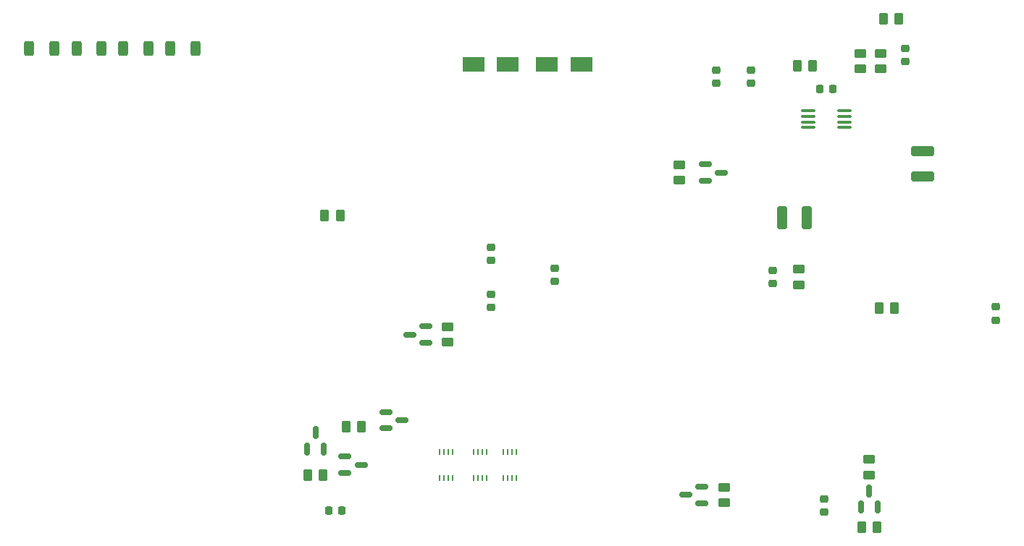
<source format=gbr>
%TF.GenerationSoftware,KiCad,Pcbnew,6.0.10-86aedd382b~118~ubuntu22.04.1*%
%TF.CreationDate,2023-01-15T12:46:15+03:00*%
%TF.ProjectId,xray,78726179-2e6b-4696-9361-645f70636258,rev?*%
%TF.SameCoordinates,Original*%
%TF.FileFunction,Paste,Bot*%
%TF.FilePolarity,Positive*%
%FSLAX46Y46*%
G04 Gerber Fmt 4.6, Leading zero omitted, Abs format (unit mm)*
G04 Created by KiCad (PCBNEW 6.0.10-86aedd382b~118~ubuntu22.04.1) date 2023-01-15 12:46:15*
%MOMM*%
%LPD*%
G01*
G04 APERTURE LIST*
G04 Aperture macros list*
%AMRoundRect*
0 Rectangle with rounded corners*
0 $1 Rounding radius*
0 $2 $3 $4 $5 $6 $7 $8 $9 X,Y pos of 4 corners*
0 Add a 4 corners polygon primitive as box body*
4,1,4,$2,$3,$4,$5,$6,$7,$8,$9,$2,$3,0*
0 Add four circle primitives for the rounded corners*
1,1,$1+$1,$2,$3*
1,1,$1+$1,$4,$5*
1,1,$1+$1,$6,$7*
1,1,$1+$1,$8,$9*
0 Add four rect primitives between the rounded corners*
20,1,$1+$1,$2,$3,$4,$5,0*
20,1,$1+$1,$4,$5,$6,$7,0*
20,1,$1+$1,$6,$7,$8,$9,0*
20,1,$1+$1,$8,$9,$2,$3,0*%
G04 Aperture macros list end*
%ADD10RoundRect,0.250000X0.262500X0.450000X-0.262500X0.450000X-0.262500X-0.450000X0.262500X-0.450000X0*%
%ADD11RoundRect,0.150000X0.150000X-0.587500X0.150000X0.587500X-0.150000X0.587500X-0.150000X-0.587500X0*%
%ADD12RoundRect,0.250000X0.450000X-0.262500X0.450000X0.262500X-0.450000X0.262500X-0.450000X-0.262500X0*%
%ADD13RoundRect,0.150000X-0.587500X-0.150000X0.587500X-0.150000X0.587500X0.150000X-0.587500X0.150000X0*%
%ADD14RoundRect,0.225000X0.250000X-0.225000X0.250000X0.225000X-0.250000X0.225000X-0.250000X-0.225000X0*%
%ADD15RoundRect,0.250000X0.312500X0.625000X-0.312500X0.625000X-0.312500X-0.625000X0.312500X-0.625000X0*%
%ADD16R,2.500000X1.800000*%
%ADD17RoundRect,0.250000X-0.262500X-0.450000X0.262500X-0.450000X0.262500X0.450000X-0.262500X0.450000X0*%
%ADD18RoundRect,0.225000X-0.250000X0.225000X-0.250000X-0.225000X0.250000X-0.225000X0.250000X0.225000X0*%
%ADD19RoundRect,0.150000X0.587500X0.150000X-0.587500X0.150000X-0.587500X-0.150000X0.587500X-0.150000X0*%
%ADD20RoundRect,0.225000X0.225000X0.250000X-0.225000X0.250000X-0.225000X-0.250000X0.225000X-0.250000X0*%
%ADD21RoundRect,0.100000X0.712500X0.100000X-0.712500X0.100000X-0.712500X-0.100000X0.712500X-0.100000X0*%
%ADD22RoundRect,0.250000X-0.450000X0.262500X-0.450000X-0.262500X0.450000X-0.262500X0.450000X0.262500X0*%
%ADD23R,0.250000X0.750000*%
%ADD24RoundRect,0.250000X0.325000X1.100000X-0.325000X1.100000X-0.325000X-1.100000X0.325000X-1.100000X0*%
%ADD25RoundRect,0.225000X-0.225000X-0.250000X0.225000X-0.250000X0.225000X0.250000X-0.225000X0.250000X0*%
%ADD26RoundRect,0.250000X1.100000X-0.325000X1.100000X0.325000X-1.100000X0.325000X-1.100000X-0.325000X0*%
G04 APERTURE END LIST*
D10*
%TO.C,R14*%
X99422500Y-101040000D03*
X97597500Y-101040000D03*
%TD*%
D11*
%TO.C,Q6*%
X162210000Y-135227500D03*
X160310000Y-135227500D03*
X161260000Y-133352500D03*
%TD*%
D12*
%TO.C,R27*%
X112000000Y-115912500D03*
X112000000Y-114087500D03*
%TD*%
D13*
%TO.C,Q3*%
X142072500Y-96990000D03*
X142072500Y-95090000D03*
X143947500Y-96040000D03*
%TD*%
D14*
%TO.C,C16*%
X150010000Y-109065000D03*
X150010000Y-107515000D03*
%TD*%
D15*
%TO.C,R11*%
X76972500Y-81540000D03*
X74047500Y-81540000D03*
%TD*%
D13*
%TO.C,Q11*%
X99972500Y-131190000D03*
X99972500Y-129290000D03*
X101847500Y-130240000D03*
%TD*%
D16*
%TO.C,D1*%
X123600000Y-83400000D03*
X127600000Y-83400000D03*
%TD*%
D17*
%TO.C,R15*%
X162385000Y-111940000D03*
X164210000Y-111940000D03*
%TD*%
D10*
%TO.C,R30*%
X97422500Y-131440000D03*
X95597500Y-131440000D03*
%TD*%
D17*
%TO.C,R7*%
X152847500Y-83540000D03*
X154672500Y-83540000D03*
%TD*%
D18*
%TO.C,C32*%
X165510000Y-81475000D03*
X165510000Y-83025000D03*
%TD*%
D11*
%TO.C,Q9*%
X97460000Y-128377500D03*
X95560000Y-128377500D03*
X96510000Y-126502500D03*
%TD*%
D15*
%TO.C,R12*%
X71510000Y-81540000D03*
X68585000Y-81540000D03*
%TD*%
D19*
%TO.C,Q12*%
X141697500Y-132840000D03*
X141697500Y-134740000D03*
X139822500Y-133790000D03*
%TD*%
D20*
%TO.C,C7*%
X157035000Y-86290000D03*
X155485000Y-86290000D03*
%TD*%
D21*
%TO.C,U1*%
X158372500Y-88815000D03*
X158372500Y-89465000D03*
X158372500Y-90115000D03*
X158372500Y-90765000D03*
X154147500Y-90765000D03*
X154147500Y-90115000D03*
X154147500Y-89465000D03*
X154147500Y-88815000D03*
%TD*%
D14*
%TO.C,C5*%
X147400000Y-85575000D03*
X147400000Y-84025000D03*
%TD*%
D22*
%TO.C,R3*%
X162600000Y-82087500D03*
X162600000Y-83912500D03*
%TD*%
D14*
%TO.C,C39*%
X156010000Y-135815000D03*
X156010000Y-134265000D03*
%TD*%
D23*
%TO.C,U6*%
X118510000Y-128740000D03*
X119010000Y-128740000D03*
X119510000Y-128740000D03*
X120010000Y-128740000D03*
X120010000Y-131840000D03*
X119510000Y-131840000D03*
X119010000Y-131840000D03*
X118510000Y-131840000D03*
%TD*%
%TO.C,U5*%
X111010000Y-128740000D03*
X111510000Y-128740000D03*
X112010000Y-128740000D03*
X112510000Y-128740000D03*
X112510000Y-131840000D03*
X112010000Y-131840000D03*
X111510000Y-131840000D03*
X111010000Y-131840000D03*
%TD*%
D12*
%TO.C,R34*%
X144260000Y-134702500D03*
X144260000Y-132877500D03*
%TD*%
D15*
%TO.C,R13*%
X65972500Y-81540000D03*
X63047500Y-81540000D03*
%TD*%
D24*
%TO.C,C22*%
X153985000Y-101290000D03*
X151035000Y-101290000D03*
%TD*%
D25*
%TO.C,C38*%
X98035000Y-135640000D03*
X99585000Y-135640000D03*
%TD*%
D14*
%TO.C,C6*%
X143400000Y-85575000D03*
X143400000Y-84025000D03*
%TD*%
D10*
%TO.C,R19*%
X164712500Y-78040000D03*
X162887500Y-78040000D03*
%TD*%
D19*
%TO.C,Q8*%
X109437500Y-114050000D03*
X109437500Y-115950000D03*
X107562500Y-115000000D03*
%TD*%
D12*
%TO.C,R18*%
X161260000Y-131452500D03*
X161260000Y-129627500D03*
%TD*%
D26*
%TO.C,C12*%
X167510000Y-96515000D03*
X167510000Y-93565000D03*
%TD*%
D22*
%TO.C,R2*%
X160200000Y-82087500D03*
X160200000Y-83912500D03*
%TD*%
D18*
%TO.C,C35*%
X117010000Y-104765000D03*
X117010000Y-106315000D03*
%TD*%
D22*
%TO.C,R8*%
X153010000Y-107377500D03*
X153010000Y-109202500D03*
%TD*%
D15*
%TO.C,R10*%
X82472500Y-81540000D03*
X79547500Y-81540000D03*
%TD*%
D10*
%TO.C,R31*%
X101912500Y-125800000D03*
X100087500Y-125800000D03*
%TD*%
D23*
%TO.C,U4*%
X115010000Y-128740000D03*
X115510000Y-128740000D03*
X116010000Y-128740000D03*
X116510000Y-128740000D03*
X116510000Y-131840000D03*
X116010000Y-131840000D03*
X115510000Y-131840000D03*
X115010000Y-131840000D03*
%TD*%
D22*
%TO.C,R4*%
X139010000Y-95127500D03*
X139010000Y-96952500D03*
%TD*%
D16*
%TO.C,D2*%
X115000000Y-83400000D03*
X119000000Y-83400000D03*
%TD*%
D13*
%TO.C,Q14*%
X104772500Y-125990000D03*
X104772500Y-124090000D03*
X106647500Y-125040000D03*
%TD*%
D10*
%TO.C,R22*%
X162172500Y-137540000D03*
X160347500Y-137540000D03*
%TD*%
D18*
%TO.C,C33*%
X176010000Y-111765000D03*
X176010000Y-113315000D03*
%TD*%
D14*
%TO.C,C37*%
X124510000Y-108815000D03*
X124510000Y-107265000D03*
%TD*%
%TO.C,C36*%
X117010000Y-111815000D03*
X117010000Y-110265000D03*
%TD*%
M02*

</source>
